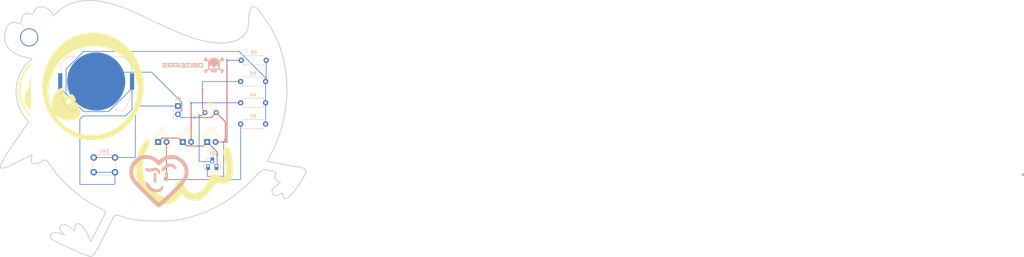
<source format=kicad_pcb>
(kicad_pcb (version 20241229) (generator "pcbnew") (generator_version "9.0")
  (layers (0 "F.Cu" signal) (2 "B.Cu" signal) (13 "F.Paste" user) (15 "B.Paste" user) (5 "F.SilkS" user "F.Silkscreen") (7 "B.SilkS" user "B.Silkscreen") (1 "F.Mask" user) (3 "B.Mask" user) (25 "Edge.Cuts" user))
  (net 0 "")
  (net 1 "Net-(BT1--)")
  (net 2 "Net-(BT1-+)")
  (net 3 "Net-(D1-A)")
  (net 4 "Net-(D1-K)")
  (net 5 "Net-(M1-+)")
  (net 6 "Net-(Q1-B)")
  (net 7 "Net-(D2-A)")
  (net 8 "Net-(D3-A)")
  (footprint "LOGO" (layer "F.Cu") (at 158 81.5)
    (property "Reference" "G***" (hide yes))
    (property "Value" "LOGO" (hide yes))
  )
  (footprint "LED_THT:LED_D5.0mm" (layer "F.Cu") (at 177.96 98.5)
    (property "Reference" "D1" (at 1.27 -3.96 0) (layer "F.SilkS"))
    (property "Value" "LED")
    (pad "1" thru_hole rect (at 0 0) (size 1.8 1.8) (drill 0.9) (layers "*.Cu" "*.Mask") (net 4 "Net-(D1-K)"))
    (pad "2" thru_hole circle (at 2.54 0) (size 1.8 1.8) (drill 0.9) (layers "*.Cu" "*.Mask") (net 3 "Net-(D1-A)"))
  )
  (footprint "LED_THT:LED_D5.0mm" (layer "F.Cu") (at 192.96 98.5)
    (property "Reference" "D3" (at 1.27 -3.96 0) (layer "F.SilkS"))
    (property "Value" "LED")
    (pad "1" thru_hole rect (at 0 0) (size 1.8 1.8) (drill 0.9) (layers "*.Cu" "*.Mask") (net 4 "Net-(D1-K)"))
    (pad "2" thru_hole circle (at 2.54 0) (size 1.8 1.8) (drill 0.9) (layers "*.Cu" "*.Mask") (net 8 "Net-(D3-A)"))
  )
  (footprint "LED_THT:LED_D5.0mm" (layer "F.Cu") (at 185.5 98.5)
    (property "Reference" "D2" (at 1.27 -3.96 0) (layer "F.SilkS"))
    (property "Value" "LED")
    (pad "1" thru_hole rect (at 0 0) (size 1.8 1.8) (drill 0.9) (layers "*.Cu" "*.Mask") (net 4 "Net-(D1-K)"))
    (pad "2" thru_hole circle (at 2.54 0) (size 1.8 1.8) (drill 0.9) (layers "*.Cu" "*.Mask") (net 7 "Net-(D2-A)"))
  )
  (footprint "LOGO" (layer "F.Cu") (at 186 107.5)
    (property "Reference" "G***" (hide yes))
    (property "Value" "LOGO" (hide yes))
  )
  (footprint "LOGO" (layer "F.Cu") (at 136.5 82.5)
    (property "Reference" "G***" (hide yes))
    (property "Value" "LOGO" (hide yes))
  )
  (footprint "OptoDevice:R_LDR_5.1x4.3mm_P3.4mm_Vertical" (layer "F.Cu") (at 192.3 89.5)
    (property "Reference" "R2" (at 1.7 -2.9 0) (layer "F.SilkS"))
    (property "Value" "R_Photo")
    (pad "1" thru_hole circle (at 0 0) (size 1.5 1.5) (drill 0.8) (layers "*.Cu" "*.Mask") (net 6 "Net-(Q1-B)"))
    (pad "2" thru_hole circle (at 3.4 0) (size 1.5 1.5) (drill 0.8) (layers "*.Cu" "*.Mask") (net 1 "Net-(BT1--)"))
  )
  (footprint "LOGO" (layer "B.Cu") (at 195 75 180)
    (property "Reference" "G***" (hide yes))
    (property "Value" "LOGO" (hide yes))
  )
  (footprint "Resistor_THT:R_Axial_DIN0207_L6.3mm_D2.5mm_P7.62mm_Horizontal" (layer "B.Cu") (at 210.81 86.5 180)
    (property "Reference" "R4" (at 3.81 2.37 0) (layer "B.SilkS") (effects (justify mirror)))
    (property "Value" "R")
    (pad "1" thru_hole circle (at 0 0 180) (size 1.6 1.6) (drill 0.8) (layers "*.Cu" "*.Mask") (net 2 "Net-(BT1-+)"))
    (pad "2" thru_hole circle (at 7.62 0 180) (size 1.6 1.6) (drill 0.8) (layers "*.Cu" "*.Mask") (net 7 "Net-(D2-A)"))
  )
  (footprint "Battery:BatteryHolder_Keystone_3034_1x20mm" (layer "B.Cu") (at 158.985 80 180)
    (property "Reference" "BT1" (at 0 11.5 0) (layer "B.Cu") (effects (justify mirror)))
    (property "Value" "Battery_Cell")
    (pad "1" smd rect (at -10.985 0 180) (size 1.27 5.08) (layers "B.Cu" "B.Mask" "B.Paste") (net 2 "Net-(BT1-+)"))
    (pad "1" smd rect (at 10.985 0 180) (size 1.27 5.08) (layers "B.Cu" "B.Mask" "B.Paste") (net 2 "Net-(BT1-+)"))
    (pad "2" smd circle (at 0 0 180) (size 17.8 17.8) (layers "B.Cu" "B.Mask") (net 1 "Net-(BT1--)"))
  )
  (footprint "Package_TO_SOT_THT:TO-92L_HandSolder" (layer "B.Cu") (at 195.77 105.77 180)
    (property "Reference" "Q1" (at 1.27 3.8 0) (layer "B.SilkS") (effects (justify mirror)))
    (property "Value" "NPN")
    (pad "1" thru_hole rect (at 0 0 180) (size 1.1 1.8) (drill 0.75 (offset 0 -0.4)) (layers "*.Cu" "*.Mask") (net 4 "Net-(D1-K)"))
    (pad "2" thru_hole roundrect (at 1.27 1.27 180) (size 1.1 1.8) (drill 0.75 (offset 0 0.4)) (layers "*.Cu" "*.Mask") (net 6 "Net-(Q1-B)"))
    (pad "3" thru_hole roundrect (at 2.54 0 180) (size 1.1 1.8) (drill 0.75 (offset 0 -0.4)) (layers "*.Cu" "*.Mask") (net 1 "Net-(BT1--)"))
  )
  (footprint "Resistor_THT:R_Axial_DIN0207_L6.3mm_D2.5mm_P7.62mm_Horizontal" (layer "B.Cu") (at 211 73.5 180)
    (property "Reference" "R5" (at 3.81 2.37 0) (layer "B.SilkS") (effects (justify mirror)))
    (property "Value" "R")
    (pad "1" thru_hole circle (at 0 0 180) (size 1.6 1.6) (drill 0.8) (layers "*.Cu" "*.Mask") (net 2 "Net-(BT1-+)"))
    (pad "2" thru_hole circle (at 7.62 0 180) (size 1.6 1.6) (drill 0.8) (layers "*.Cu" "*.Mask") (net 8 "Net-(D3-A)"))
  )
  (footprint "LOGO" (layer "B.Cu") (at 183.055207 82.451579 180)
    (property "Reference" "G***" (hide yes))
    (property "Value" "LOGO" (hide yes))
  )
  (footprint "LOGO" (layer "B.Cu") (at 167.006915 110.505657 180)
    (property "Reference" "G***" (hide yes))
    (property "Value" "LOGO" (hide yes))
  )
  (footprint "Connector_PinHeader_2.54mm:PinHeader_1x02_P2.54mm_Vertical" (layer "B.Cu") (at 184 87.5 180)
    (property "Reference" "M1" (at 0 2.38 0) (layer "B.SilkS") (effects (justify mirror)))
    (property "Value" "Motor_DC")
    (pad "1" thru_hole rect (at 0 0 180) (size 1.7 1.7) (drill 1) (layers "*.Cu" "*.Mask") (net 5 "Net-(M1-+)"))
    (pad "2" thru_hole circle (at 0 -2.54 180) (size 1.7 1.7) (drill 1) (layers "*.Cu" "*.Mask") (net 1 "Net-(BT1--)"))
  )
  (footprint "Resistor_THT:R_Axial_DIN0207_L6.3mm_D2.5mm_P7.62mm_Horizontal" (layer "B.Cu") (at 210.81 93 180)
    (property "Reference" "R1" (at 3.81 2.37 0) (layer "B.SilkS") (effects (justify mirror)))
    (property "Value" "R")
    (pad "1" thru_hole circle (at 0 0 180) (size 1.6 1.6) (drill 0.8) (layers "*.Cu" "*.Mask") (net 2 "Net-(BT1-+)"))
    (pad "2" thru_hole circle (at 7.62 0 180) (size 1.6 1.6) (drill 0.8) (layers "*.Cu" "*.Mask") (net 3 "Net-(D1-A)"))
  )
  (footprint "Resistor_THT:R_Axial_DIN0207_L6.3mm_D2.5mm_P7.62mm_Horizontal" (layer "B.Cu") (at 210.81 80 180)
    (property "Reference" "R3" (at 3.81 2.37 0) (layer "B.SilkS") (effects (justify mirror)))
    (property "Value" "R")
    (pad "1" thru_hole circle (at 0 0 180) (size 1.6 1.6) (drill 0.8) (layers "*.Cu" "*.Mask") (net 2 "Net-(BT1-+)"))
    (pad "2" thru_hole circle (at 7.62 0 180) (size 1.6 1.6) (drill 0.8) (layers "*.Cu" "*.Mask") (net 6 "Net-(Q1-B)"))
  )
  (footprint "Button_Switch_THT:SW_PUSH_6mm" (layer "B.Cu") (at 164.75 103.25 180)
    (property "Reference" "SW1" (at 3.25 2 0) (layer "B.SilkS") (effects (justify mirror)))
    (property "Value" "SW_Push")
    (pad "1" thru_hole circle (at 0 0 90) (size 2 2) (drill 1.1) (layers "*.Cu" "*.Mask") (net 5 "Net-(M1-+)"))
    (pad "1" thru_hole circle (at 6.5 0 90) (size 2 2) (drill 1.1) (layers "*.Cu" "*.Mask") (net 5 "Net-(M1-+)"))
    (pad "2" thru_hole circle (at 0 -4.5 90) (size 2 2) (drill 1.1) (layers "*.Cu" "*.Mask") (net 2 "Net-(BT1-+)"))
    (pad "2" thru_hole circle (at 6.5 -4.5 90) (size 2 2) (drill 1.1) (layers "*.Cu" "*.Mask") (net 2 "Net-(BT1-+)"))
  )
  (gr_curve (pts (xy 145.6 59.868262) (xy 145.6 60.052474) (xy 146.17375 59.653217) (xy 146.875 58.981025)) (stroke (width 0.3)) (layer "Edge.Cuts"))
  (gr_curve (pts (xy 159.641506 130.953267) (xy 159.673678 131.077017) (xy 159.581377 131.178267) (xy 159.436396 131.178267)) (stroke (width 0.3)) (layer "Edge.Cuts"))
  (gr_line (start 156.244402 126.593799) (end 157.364413 128.928267) (stroke (width 0.3)) (layer "Edge.Cuts"))
  (gr_curve (pts (xy 173.379127 60.041577) (xy 176.003107 61.331102) (xy 179.0275 62.76439) (xy 180.1 63.22666)) (stroke (width 0.3)) (layer "Edge.Cuts"))
  (gr_curve (pts (xy 185.65 122.039994) (xy 181.2673 123.106854) (xy 170.96467 122.800335) (xy 167.5 121.5)) (stroke (width 0.3)) (layer "Edge.Cuts"))
  (gr_curve (pts (xy 216.1 114.456771) (xy 216.1 114.221094) (xy 215.99875 114.077598) (xy 215.875 114.137892)) (stroke (width 0.3)) (layer "Edge.Cuts"))
  (gr_curve (pts (xy 156.376378 116.597196) (xy 156.115885 116.366784) (xy 155.806438 116.178267) (xy 155.688715 116.178267)) (stroke (width 0.3)) (layer "Edge.Cuts"))
  (gr_curve (pts (xy 180.1 63.22666) (xy 181.1725 63.68893) (xy 182.725 64.370816) (xy 183.55 64.741962)) (stroke (width 0.3)) (layer "Edge.Cuts"))
  (gr_curve (pts (xy 159.436396 131.178267) (xy 159.291415 131.178267) (xy 159.002899 131.588427) (xy 158.795251 132.089733)) (stroke (width 0.3)) (layer "Edge.Cuts"))
  (gr_curve (pts (xy 138.676204 59.257027) (xy 139.795133 59.407108) (xy 139.877219 59.364936) (xy 140.056691 58.547804)) (stroke (width 0.3)) (layer "Edge.Cuts"))
  (gr_curve (pts (xy 153.4 132.078267) (xy 152.9875 131.755605) (xy 152.514595 131.488608) (xy 152.349097 131.484939)) (stroke (width 0.3)) (layer "Edge.Cuts"))
  (gr_curve (pts (xy 155.112337 115.884063) (xy 149.146102 111.039741) (xy 147.848245 109.735695) (xy 145.146235 105.870435)) (stroke (width 0.3)) (layer "Edge.Cuts"))
  (gr_curve (pts (xy 183.55 64.741962) (xy 195.908602 70.301769) (xy 205.585957 69.07425) (xy 205.602607 61.944713)) (stroke (width 0.3)) (layer "Edge.Cuts"))
  (gr_curve (pts (xy 137.384141 91.087245) (xy 133.109643 86.040252) (xy 133.666845 78.075615) (xy 138.601871 73.681029)) (stroke (width 0.3)) (layer "Edge.Cuts"))
  (gr_curve (pts (xy 158.795251 132.089733) (xy 158.203171 133.51914) (xy 157.355278 133.845849) (xy 156.1 133.128267)) (stroke (width 0.3)) (layer "Edge.Cuts"))
  (gr_curve (pts (xy 145.146235 105.870435) (xy 143.528575 103.556352) (xy 143.839513 103.66803) (xy 141.796804 104.667435)) (stroke (width 0.3)) (layer "Edge.Cuts"))
  (gr_line (start 139.328704 73.033794) (end 137.367664 72.586476) (stroke (width 0.3)) (layer "Edge.Cuts"))
  (gr_curve (pts (xy 167.5 121.5) (xy 164.872756 120.513963) (xy 164.673292 120.549768) (xy 163.948126 122.137581)) (stroke (width 0.3)) (layer "Edge.Cuts"))
  (gr_curve (pts (xy 158.307208 127.065126) (xy 158.825743 126.040398) (xy 159.907993 123.953478) (xy 160.712206 122.427528)) (stroke (width 0.3)) (layer "Edge.Cuts"))
  (gr_curve (pts (xy 220.9963 111.561015) (xy 218.111851 115.910529) (xy 216.1 117.100371) (xy 216.1 114.456771)) (stroke (width 0.3)) (layer "Edge.Cuts"))
  (gr_curve (pts (xy 136.115071 61.279091) (xy 136.365623 59.712226) (xy 137.193983 59.05822) (xy 138.676204 59.257027)) (stroke (width 0.3)) (layer "Edge.Cuts"))
  (gr_curve (pts (xy 206.148997 110.55141) (xy 200.174623 116.577333) (xy 194.09617 119.983977) (xy 185.65 122.039994)) (stroke (width 0.3)) (layer "Edge.Cuts"))
  (gr_curve (pts (xy 161.516506 126.978267) (xy 160.453081 129.040767) (xy 159.609331 130.829517) (xy 159.641506 130.953267)) (stroke (width 0.3)) (layer "Edge.Cuts"))
  (gr_line (start 138.365726 92.246226) (end 137.384141 91.087245) (stroke (width 0.3)) (layer "Edge.Cuts"))
  (gr_curve (pts (xy 135.723751 96.138711) (xy 136.453188 95.099454) (xy 137.346038 93.798495) (xy 137.707863 93.247689)) (stroke (width 0.3)) (layer "Edge.Cuts"))
  (gr_curve (pts (xy 152.504593 125.126643) (xy 152.522893 122.344476) (xy 154.595872 123.157722) (xy 156.244402 126.593799)) (stroke (width 0.3)) (layer "Edge.Cuts"))
  (gr_curve (pts (xy 163.948126 122.137581) (xy 163.674157 122.737458) (xy 162.579928 124.915767) (xy 161.516506 126.978267)) (stroke (width 0.3)) (layer "Edge.Cuts"))
  (gr_line (start 215.875 114.137892) (end 214.801702 114.671664) (stroke (width 0.3)) (layer "Edge.Cuts"))
  (gr_line (start 134.752015 62.061802) (end 135.939238 62.37869) (stroke (width 0.3)) (layer "Edge.Cuts"))
  (gr_curve (pts (xy 148.662412 126.294702) (xy 146.663386 124.166835) (xy 148.96018 122.795067) (xy 151.246 124.751643)) (stroke (width 0.3)) (layer "Edge.Cuts"))
  (gr_curve (pts (xy 161.81332 119.532708) (xy 161.058568 119.281122) (xy 156.828847 116.997414) (xy 156.376378 116.597196)) (stroke (width 0.3)) (layer "Edge.Cuts"))
  (gr_line (start 209.656597 59.389018) (end 211.647703 62.370013) (stroke (width 0.3)) (layer "Edge.Cuts"))
  (gr_line (start 135.939238 62.37869) (end 136.115071 61.279091) (stroke (width 0.3)) (layer "Edge.Cuts"))
  (gr_curve (pts (xy 220.75 106.125714) (xy 223.879372 106.639293) (xy 223.903729 107.176845) (xy 220.9963 111.561015)) (stroke (width 0.3)) (layer "Edge.Cuts"))
  (gr_curve (pts (xy 213.799849 112.009263) (xy 215.283319 111.092427) (xy 215.62375 110.615271) (xy 214.8367 110.555985)) (stroke (width 0.3)) (layer "Edge.Cuts"))
  (gr_curve (pts (xy 137.367664 72.586476) (xy 133.129821 71.619819) (xy 130.742044 69.172116) (xy 130.990134 66.048885)) (stroke (width 0.3)) (layer "Edge.Cuts"))
  (gr_curve (pts (xy 130.990134 66.048885) (xy 131.243909 62.854072) (xy 132.546791 61.473194) (xy 134.752015 62.061802)) (stroke (width 0.3)) (layer "Edge.Cuts"))
  (gr_line (start 139.375994 102.329124) (end 135.138569 104.50071) (stroke (width 0.3)) (layer "Edge.Cuts"))
  (gr_curve (pts (xy 205.602607 61.944713) (xy 205.615207 56.553771) (xy 207.145561 55.589008) (xy 209.656597 59.389018)) (stroke (width 0.3)) (layer "Edge.Cuts"))
  (gr_curve (pts (xy 151.246 124.751643) (xy 152.452792 125.784615) (xy 152.500174 125.79873) (xy 152.504593 125.126643)) (stroke (width 0.3)) (layer "Edge.Cuts"))
  (gr_curve (pts (xy 135.138569 104.50071) (xy 127.790865 108.266244) (xy 127.855013 107.349597) (xy 135.723751 96.138711)) (stroke (width 0.3)) (layer "Edge.Cuts"))
  (gr_line (start 211.334311 104.418423) (end 215.442157 105.173598) (stroke (width 0.3)) (layer "Edge.Cuts"))
  (gr_line (start 212.938393 101.223345) (end 211.334311 104.418423) (stroke (width 0.3)) (layer "Edge.Cuts"))
  (gr_line (start 137.707863 93.247689) (end 138.365726 92.246226) (stroke (width 0.3)) (layer "Edge.Cuts"))
  (gr_curve (pts (xy 140.056691 58.547804) (xy 140.603797 56.056843) (xy 145.6 57.246976) (xy 145.6 59.868262)) (stroke (width 0.3)) (layer "Edge.Cuts"))
  (gr_curve (pts (xy 141.796804 104.667435) (xy 139.777938 105.655173) (xy 138.840465 105.183738) (xy 139.183833 103.353432)) (stroke (width 0.3)) (layer "Edge.Cuts"))
  (gr_curve (pts (xy 156.1 133.128267) (xy 155.6875 132.892461) (xy 155.08 132.691743) (xy 154.75 132.682227)) (stroke (width 0.3)) (layer "Edge.Cuts"))
  (gr_curve (pts (xy 145.227601 128.038242) (xy 144.363058 126.493392) (xy 146.068843 125.63937) (xy 148.222048 126.539037)) (stroke (width 0.3)) (layer "Edge.Cuts"))
  (gr_curve (pts (xy 146.875 58.981025) (xy 152.458237 53.629147) (xy 161.028679 53.97209) (xy 173.379127 60.041577)) (stroke (width 0.3)) (layer "Edge.Cuts"))
  (gr_line (start 157.364413 128.928267) (end 158.307208 127.065126) (stroke (width 0.3)) (layer "Edge.Cuts"))
  (gr_line (start 138.601871 73.681029) (end 139.328704 73.033794) (stroke (width 0.3)) (layer "Edge.Cuts"))
  (gr_curve (pts (xy 154.75 132.682227) (xy 154.42 132.672717) (xy 153.8125 132.400929) (xy 153.4 132.078267)) (stroke (width 0.3)) (layer "Edge.Cuts"))
  (gr_curve (pts (xy 210.948997 107.017698) (xy 209.860363 106.822713) (xy 209.806438 106.862412) (xy 206.148997 110.55141)) (stroke (width 0.3)) (layer "Edge.Cuts"))
  (gr_line (start 139.183833 103.353432) (end 139.375994 102.329124) (stroke (width 0.3)) (layer "Edge.Cuts"))
  (gr_curve (pts (xy 215.442157 105.173598) (xy 217.701469 105.588945) (xy 220.09 106.017396) (xy 220.75 106.125714)) (stroke (width 0.3)) (layer "Edge.Cuts"))
  (gr_curve (pts (xy 155.688715 116.178267) (xy 155.570995 116.178267) (xy 155.311624 116.045877) (xy 155.112337 115.884063)) (stroke (width 0.3)) (layer "Edge.Cuts"))
  (gr_curve (pts (xy 214.801702 114.671664) (xy 212.884876 115.630065) (xy 211.952101 113.151234) (xy 213.799849 112.009263)) (stroke (width 0.3)) (layer "Edge.Cuts"))
  (gr_curve (pts (xy 152.349097 131.484939) (xy 151.606159 131.468469) (xy 145.490935 128.508792) (xy 145.227601 128.038242)) (stroke (width 0.3)) (layer "Edge.Cuts"))
  (gr_curve (pts (xy 214.8367 110.555985) (xy 213.79093 110.477208) (xy 213.273505 108.924762) (xy 214.03816 108.160107)) (stroke (width 0.3)) (layer "Edge.Cuts"))
  (gr_curve (pts (xy 214.03816 108.160107) (xy 214.38607 107.812197) (xy 213.44806 107.465307) (xy 210.948997 107.017698)) (stroke (width 0.3)) (layer "Edge.Cuts"))
  (gr_line (start 148.222048 126.539037) (end 149.324821 126.999804) (stroke (width 0.3)) (layer "Edge.Cuts"))
  (gr_curve (pts (xy 211.647703 62.370013) (xy 218.719576 72.8016) (xy 219.246349 88.658898) (xy 212.938393 101.223345)) (stroke (width 0.3)) (layer "Edge.Cuts"))
  (gr_curve (pts (xy 160.712206 122.427528) (xy 161.669662 120.610803) (xy 162.049762 119.611521) (xy 161.81332 119.532708)) (stroke (width 0.3)) (layer "Edge.Cuts"))
  (gr_line (start 149.324821 126.999804) (end 148.662412 126.294702) (stroke (width 0.3)) (layer "Edge.Cuts"))
  (via (at 138.5 66.5) (size 5.5) (drill 5) (layers "F.Cu" "B.Cu") (net 0))
  (via (at 442.5 108.5) (size 0.6) (drill 0.3) (layers "F.Cu" "B.Cu") (net 0))
  (segment (start 195.7 89.5) (end 198.5 92.3) (width 0.2) (layer "F.Cu") (net 1))
  (segment (start 198.5 92.3) (end 198.5 98) (width 0.2) (layer "F.Cu") (net 1))
  (segment (start 198.5 98) (end 198.4 97.9) (width 0.2) (layer "F.Cu") (net 1))
  (segment (start 194.2 91) (end 189 91) (width 0.2) (layer "F.Cu") (net 1))
  (segment (start 195.7 89.5) (end 194.2 91) (width 0.2) (layer "F.Cu") (net 1))
  (via (at 189 91) (size 0.6) (drill 0.3) (layers "F.Cu" "B.Cu") (net 1))
  (via (at 198.4 97.9) (size 0.6) (drill 0.3) (layers "F.Cu" "B.Cu") (net 1))
  (segment (start 193 106) (end 193.23 105.77) (width 0.2) (layer "B.Cu") (net 1))
  (segment (start 189 91) (end 184.96 91) (width 0.2) (layer "B.Cu") (net 1))
  (segment (start 161.826 77.159) (end 158.985 80) (width 0.2) (layer "B.Cu") (net 1))
  (segment (start 198.4 97.9) (end 198 98.3) (width 0.2) (layer "B.Cu") (net 1))
  (segment (start 193 109) (end 193 106) (width 0.2) (layer "B.Cu") (net 1))
  (segment (start 175.961 77.159) (end 161.826 77.159) (width 0.2) (layer "B.Cu") (net 1))
  (segment (start 185.151 86.349) (end 175.961 77.159) (width 0.2) (layer "B.Cu") (net 1))
  (segment (start 185.151 88.889) (end 185.151 86.349) (width 0.2) (layer "B.Cu") (net 1))
  (segment (start 198 109) (end 193 109) (width 0.2) (layer "B.Cu") (net 1))
  (segment (start 184 90.04) (end 185.151 88.889) (width 0.2) (layer "B.Cu") (net 1))
  (segment (start 184.96 91) (end 184 90.04) (width 0.2) (layer "B.Cu") (net 1))
  (segment (start 198 98.3) (end 198 109) (width 0.2) (layer "B.Cu") (net 1))
  (segment (start 211 79.12) (end 211 73.5) (width 0.2) (layer "B.Cu") (net 2))
  (segment (start 158.25 107.75) (end 164.75 107.75) (width 0.2) (layer "B.Cu") (net 2))
  (segment (start 155.173821 89.201) (end 162.796179 89.201) (width 0.2) (layer "B.Cu") (net 2))
  (segment (start 210.81 78.86863) (end 202.74037 70.799) (width 0.2) (layer "B.Cu") (net 2))
  (segment (start 155.173821 70.799) (end 149.784 76.188821) (width 0.2) (layer "B.Cu") (net 2))
  (segment (start 164.5 111.5) (end 154 111.5) (width 0.2) (layer "B.Cu") (net 2))
  (segment (start 155 90.5) (end 168 90.5) (width 0.2) (layer "B.Cu") (net 2))
  (segment (start 148 82.027179) (end 149.784 83.811179) (width 0.2) (layer "B.Cu") (net 2))
  (segment (start 154 111.5) (end 154 91.5) (width 0.2) (layer "B.Cu") (net 2))
  (segment (start 202.74037 70.799) (end 155.173821 70.799) (width 0.2) (layer "B.Cu") (net 2))
  (segment (start 164.75 107.75) (end 164.75 111.25) (width 0.2) (layer "B.Cu") (net 2))
  (segment (start 162.796179 89.201) (end 169.97 82.027179) (width 0.2) (layer "B.Cu") (net 2))
  (segment (start 164.5 111.5) (end 164.75 111.25) (width 0.2) (layer "B.Cu") (net 2))
  (segment (start 169.97 82.027179) (end 169.97 80) (width 0.2) (layer "B.Cu") (net 2))
  (segment (start 168 90.5) (end 169.97 88.53) (width 0.2) (layer "B.Cu") (net 2))
  (segment (start 169.97 88.53) (end 169.97 80) (width 0.2) (layer "B.Cu") (net 2))
  (segment (start 210.81 86.5) (end 210.81 80) (width 0.2) (layer "B.Cu") (net 2))
  (segment (start 210.81 93) (end 210.81 86.5) (width 0.2) (layer "B.Cu") (net 2))
  (segment (start 154 91.5) (end 155 90.5) (width 0.2) (layer "B.Cu") (net 2))
  (segment (start 148 80) (end 148 82.027179) (width 0.2) (layer "B.Cu") (net 2))
  (segment (start 210.81 79.31) (end 211 79.12) (width 0.2) (layer "B.Cu") (net 2))
  (segment (start 149.784 76.188821) (end 149.784 83.811179) (width 0.2) (layer "B.Cu") (net 2))
  (segment (start 210.81 80) (end 210.81 78.86863) (width 0.2) (layer "B.Cu") (net 2))
  (segment (start 210.81 80) (end 210.81 79.31) (width 0.2) (layer "B.Cu") (net 2))
  (segment (start 149.784 83.811179) (end 155.173821 89.201) (width 0.2) (layer "B.Cu") (net 2))
  (segment (start 180 110) (end 180 109.5) (width 0.2) (layer "F.Cu") (net 3))
  (segment (start 180.5 109) (end 180.5 98.5) (width 0.2) (layer "F.Cu") (net 3))
  (segment (start 180 109.5) (end 180.5 109) (width 0.2) (layer "F.Cu") (net 3))
  (via (at 180 110) (size 0.6) (drill 0.3) (layers "F.Cu" "B.Cu") (net 3))
  (segment (start 203 110) (end 180 110) (width 0.2) (layer "B.Cu") (net 3))
  (segment (start 203.19 109.81) (end 203 110) (width 0.2) (layer "B.Cu") (net 3))
  (segment (start 203.19 93) (end 203.19 109.81) (width 0.2) (layer "B.Cu") (net 3))
  (segment (start 179.161 97.299) (end 184.299 97.299) (width 0.2) (layer "F.Cu") (net 4))
  (segment (start 177.96 98.5) (end 179.161 97.299) (width 0.2) (layer "F.Cu") (net 4))
  (segment (start 196 102.5) (end 196 101.54) (width 0.2) (layer "F.Cu") (net 4))
  (segment (start 184.299 97.299) (end 185.5 98.5) (width 0.2) (layer "F.Cu") (net 4))
  (segment (start 186.701 99.701) (end 191.759 99.701) (width 0.2) (layer "F.Cu") (net 4))
  (segment (start 196 101.54) (end 192.96 98.5) (width 0.2) (layer "F.Cu") (net 4))
  (segment (start 185.5 98.5) (end 186.701 99.701) (width 0.2) (layer "F.Cu") (net 4))
  (segment (start 191.759 99.701) (end 192.96 98.5) (width 0.2) (layer "F.Cu") (net 4))
  (via (at 196 102.5) (size 0.6) (drill 0.3) (layers "F.Cu" "B.Cu") (net 4))
  (segment (start 196 105.54) (end 196 102.5) (width 0.2) (layer "B.Cu") (net 4))
  (segment (start 195.77 105.77) (end 196 105.54) (width 0.2) (layer "B.Cu") (net 4))
  (segment (start 171 103) (end 170.75 103.25) (width 0.2) (layer "B.Cu") (net 5))
  (segment (start 170.75 103.25) (end 164.75 103.25) (width 0.2) (layer "B.Cu") (net 5))
  (segment (start 184 87.5) (end 171 87.5) (width 0.2) (layer "B.Cu") (net 5))
  (segment (start 158.25 103.25) (end 164.75 103.25) (width 0.2) (layer "B.Cu") (net 5))
  (segment (start 171 87.5) (end 171 103) (width 0.2) (layer "B.Cu") (net 5))
  (segment (start 191.4 90.4) (end 192.3 89.5) (width 0.2) (layer "F.Cu") (net 6))
  (segment (start 191.5 82.5) (end 191.5 88.7) (width 0.2) (layer "F.Cu") (net 6))
  (segment (start 191.5 88.7) (end 192.3 89.5) (width 0.2) (layer "F.Cu") (net 6))
  (segment (start 190.5 90.4) (end 191.4 90.4) (width 0.2) (layer "F.Cu") (net 6))
  (via (at 191.5 82.5) (size 0.6) (drill 0.3) (layers "F.Cu" "B.Cu") (net 6))
  (via (at 190.5 90.4) (size 0.6) (drill 0.3) (layers "F.Cu" "B.Cu") (net 6))
  (segment (start 203.19 80) (end 191.5 80) (width 0.2) (layer "B.Cu") (net 6))
  (segment (start 190.5 104.5) (end 190.5 90.4) (width 0.2) (layer "B.Cu") (net 6))
  (segment (start 191.5 80) (end 191.5 82.5) (width 0.2) (layer "B.Cu") (net 6))
  (segment (start 194.5 104.5) (end 190.5 104.5) (width 0.2) (layer "B.Cu") (net 6))
  (segment (start 188 86.5) (end 188.04 86.54) (width 0.2) (layer "F.Cu") (net 7))
  (segment (start 188.04 98.5) (end 188.04 86.54) (width 0.2) (layer "F.Cu") (net 7))
  (via (at 188.04 86.54) (size 0.6) (drill 0.3) (layers "F.Cu" "B.Cu") (net 7))
  (segment (start 188.04 86.54) (end 188.08 86.5) (width 0.2) (layer "B.Cu") (net 7))
  (segment (start 188.08 86.5) (end 203.19 86.5) (width 0.2) (layer "B.Cu") (net 7))
  (segment (start 199 98.5) (end 195.5 98.5) (width 0.2) (layer "F.Cu") (net 8))
  (segment (start 199 73.5) (end 199 98.5) (width 0.2) (layer "F.Cu") (net 8))
  (via (at 199 73.5) (size 0.6) (drill 0.3) (layers "F.Cu" "B.Cu") (net 8))
  (segment (start 203.38 73.5) (end 199 73.5) (width 0.2) (layer "B.Cu") (net 8))
)
</source>
